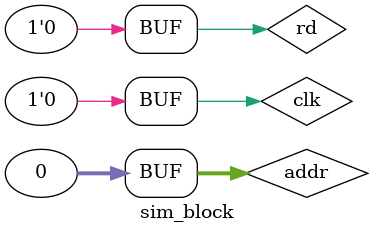
<source format=v>
`timescale 1ns / 1ps


module sim_block;

	// Inputs
	reg clk;
	reg rd;
	reg [31:0] addr;
	
	

	// Outputs
	wire hit;
	wire [31:0] reg_addr;
	wire [23:0] tag;
	wire [23:0] tag_check;
	wire [2:0] way;
	wire miss;
	wire atMM;
	wire [4:0] state;
	wire [1:0] outMM;
	wire [1:0] way1set0;
	wire [1:0] way2set0;
	wire [1:0] way3set0;
	wire [1:0] way4set0;
	wire [31:0] way1data,way2data,way3data,way4data;

	// Instantiate the Unit Under Test (UUT)
	block uut (
		.clk(clk),
		.rd(rd),
		.addr(addr),
		.reg_addr(reg_addr),
		.tag(tag),
		.tag_check(tag_check),
		.way(way),
		.miss(miss),
		.atMM(atMM),
		.state(state),
		.outMM(outMM),
		.way1set0(way1set0),
		.way2set0(way2set0),
		.way3set0(way3set0),
		.way4set0(way4set0),
		.way1data(way1data),
		.way2data(way2data),
		.way3data(way3data),
		.way4data(way4data),
		.hit(hit)
	);

	initial begin
		// Initialize Inputs
		clk = 0;

		// Wait 100 ns for global reset to finish
		#100;
        
		// Add stimulus here
		//addr =  32'h0000_0000;
		#5
		clk=1;
		//rd=1;
		//addr = 32'hFFFF_FF00;
		#5
		clk=0;
		#5
		clk=1;
		//addr = 32'h0000_0000;
		rd=0;
		
		#5
		clk=0;
		#5
		clk=1;
		#5
		clk=0;
		#5
		clk=1;
		rd=1;
		addr =  32'h0000_0000;
		#5
		clk=0;
		#5
		clk=1;
		rd=0;
		#5
		clk=0;
		#5
		clk=1;
		//rd=0;
		#5
		clk=0;
		#5
		clk=1;
		//rd=1;
		//addr = 32'hFFFF_FF;
		#5
		clk=0;
		#5
		clk=1;
		//addr = 32'h0000_0000;
		//rd=0;
		#5
		clk=0;
		#5
		clk=1;
		//rd=1;
		//addr =  32'h0000_0003;
		#5
		clk=0;
		#5
		clk=1;
		//rd=0;
		#5
		clk=0;
		#5
		clk=1;
		#5
		clk=0;
		#5
		clk=1;
		#5
		clk=0;
		#5
		clk=1;
		//addr = 32'hFFFF_FFF5;
		#5
		clk=0;
		#5
		clk=1;
		#5
		clk=0;
		#5
		clk=1;
		#5
		clk=0;
		#5
		clk=1;
		#5
		clk=0;
		#5
		clk=1;
		#5
		clk=0;
		#5
		clk=1;
		#5
		clk=0;
		#5
		clk=1;
		#5
		clk=0;
		#5
		clk=1;
		#5
		clk=0;
		#5
		clk=1;
		#5
		clk=0;
		#5
		clk=1;
		rd=1;
		addr = 32'hFFFF_FF00;
		#5
		clk=0;
		#5
		clk=1;
		rd=0;
		#5
		clk=0;
		#5
		clk=1;
		#5
		clk=0;
		#5
		clk=1;
		#5
		clk=0;
		#5
		clk=1;
		#5
		clk=0;
		#5
		clk=1;
		#5
		clk=0;
		#5
		clk=1;
		#5
		clk=0;
		#5
		clk=1;
		#5
		clk=0;
		#5
		clk=1;
		#5
		clk=0;
		#5
		clk=1;
		#5
		clk=0;
		#5
		clk=1;
		#5
		clk=0;
		#5
		clk=1;
		#5
		clk=0;
		#5
		clk=1;
		#5
		clk=0;
		#5
		clk=1;
		#5
		clk=0;
		#5
		clk=1;
		#5
		clk=0;
		#5
		clk=1;
		#5
		clk=0;
		#5
		clk=1;
		#5
		clk=0;
		#5
		clk=1;
		#5
		clk=0;
		#5
		clk=1;
		#5
		clk=0;
		#5
		clk=1;
		#5
		clk=0;
		#5
		clk=1;
		#5
		clk=0;
		#5
		clk=1;
		#5
		clk=0;
		#5
		clk=1;
		#5
		clk=0;
		#5
		clk=1;
		#5
		clk=0;
		#5
		clk=1;
		#5
		clk=0;
		#5
		clk=1;
		#5
		clk=0;
		#5
		clk=1;
		rd=1;
		addr=32'h0000_ABC2;
		#5
		clk=0;
		#5
		clk=1;
		rd=0;
		#5
		clk=0;
		#5
		clk=1;
		#5
		clk=0;
		#5
		clk=1;
		#5
		clk=0;
		#5
		clk=1;
		#5
		clk=0;
		#5
		clk=1;
		#5
		clk=0;
		#5
		clk=1;
		#5
		clk=0;
		#5
		clk=1;
		#5
		clk=0;
		#5
		clk=1;
		#5
		clk=0;
		#5
		clk=1;
		#5
		clk=0;
		#5
		clk=1;
		#5
		clk=0;
		#5
		clk=1;
		#5
		clk=0;
		#5
		clk=1;
		#5
		clk=0;
		#5
		clk=1;
		#5
		clk=0;
		#5
		clk=1;
		#5
		clk=0;
		#5
		clk=1;
		#5
		clk=0;
		#5
		clk=1;
		#5
		clk=0;
		#5
		clk=1;
		#5
		clk=0;
		#5
		clk=1;
		#5
		clk=0;
		#5
		clk=1;
		#5
		clk=0;
		#5
		clk=1;
		#5
		clk=0;
		#5
		clk=1;
		#5
		clk=0;
		#5
		clk=1;
		#5
		clk=0;
		#5
		clk=1;
		rd=1;
		addr = 32'hCCCC_CC00;
		#5
		clk=0;
		#5
		rd=0;
		addr =32'h0000_0000;
		clk=1;
		#5
		clk=0;
		#5
		clk=1;
		#5
		clk=0;
		#5
		clk=1;
		#5
		clk=0;
		#5
		clk=1;
		#5
		clk=0;
		#5
		clk=1;
		#5
		clk=0;
		#5
		clk=1;
		#5
		clk=0;
		#5
		clk=1;
		#5
		clk=0;
		#5
		clk=1;
		#5
		clk=0;
		#5
		clk=1;
		#5
		clk=0;
		#5
		clk=1;
		#5
		clk=0;
		#5
		clk=1;
		#5
		clk=0;
		#5
		clk=1;
		#5
		clk=0;
		#5
		clk=1;
		#5
		clk=0;
		#5
		clk=1;
		#5
		clk=0;
		#5
		clk=1;
		#5
		clk=0;
		#5
		clk=1;
		#5
		clk=0;
		#5
		clk=1;
		#5
		clk=0;
		#5
		clk=1;
		#5
		clk=0;
		#5
		clk=1;
		#5
		clk=0;
		#5
		clk=1;
		#5
		clk=0;
		#5
		clk=1;
		rd=1;
		addr=32'h3333_3300;
		#5
		clk=0;
		#5
		clk=1;
		rd=0;
		addr = 32'h0000_0000;
		#5
		clk=0;
		#5
		clk=1;
		#5
		clk=0;
		#5
		clk=1;
		#5
		clk=0;
		#5
		clk=1;
		#5
		clk=0;
		#5
		clk=1;
		#5
		clk=0;
		#5
		clk=1;
		#5
		clk=0;
		#5
		clk=1;
		#5
		clk=0;
		#5
		clk=1;
		#5
		clk=0;
		#5
		clk=1;
		#5
		clk=0;
		#5
		clk=1;
		#5
		clk=0;
		#5
		clk=1;
		#5
		clk=0;
		#5
		clk=1;
		#5
		clk=0;
		#5
		clk=1;
		#5
		clk=0;
		#5
		clk=1;
		#5
		clk=0;
		#5
		clk=1;
		#5
		clk=0;
		#5
		clk=1;
		#5
		clk=0;
		#5
		clk=1;
		#5
		clk=0;
		#5
		clk=1;
		#5
		clk=0;
		#5
		clk=1;
		#5
		clk=0;
		#5
		clk=1;
		#5
		clk=0;
		#5
		clk=1;
		#5
		clk=0;
		#5
		clk=1;
		rd=1;
		addr=32'hDDDD_DD00;
		#5
		clk=0;
		#5
		clk=1;
		rd=0;
		addr=32'h0000_0000;
		#5
		clk=0;
		#5
		clk=1;
		#5
		clk=0;
		#5
		clk=1;
		#5
		clk=0;
		#5
		clk=1;
		#5
		clk=0;
		#5
		clk=1;
		#5
		clk=0;
		#5
		clk=1;
		#5
		clk=0;
		#5
		clk=1;
		#5
		clk=0;
		#5
		clk=1;
		#5
		clk=0;
		#5
		clk=1;
		#5
		clk=0;
		#5
		clk=1;
		#5
		clk=0;
		#5
		clk=1;
		#5
		clk=0;
		#5
		clk=1;
		#5
		clk=0;
		#5
		clk=1;
		#5
		clk=0;
		#5
		clk=1;
		#5
		clk=0;
		#5
		clk=1;
		#5
		clk=0;
		#5
		clk=1;
		#5
		clk=0;
		#5
		clk=1;
		#5
		clk=0;
		#5
		clk=1;
		#5
		clk=0;
		#5
		clk=1;
		#5
		clk=0;
		#5
		clk=1;
		#5
		clk=0;
		#5
		clk=1;
		#5
		clk=0;
		#5
		clk=1;
		#5
		clk=0;
		#5
		clk=1;
		#5
		clk=0;
		#5
		clk=1;
		rd=1;
		addr=32'h0000_0100;
		#5
		clk=0;
		#5
		clk=1;
		rd=0;
		addr=32'h0000_0000;
		#5
		clk=0;
		#5
		clk=1;
		#5
		clk=0;
		#5
		clk=1;
		#5
		clk=0;
		#5
		clk=1;
		#5
		clk=0;
		#5
		clk=1;
		#5
		clk=0;
		#5
		clk=1;
		#5
		clk=0;
		#5
		clk=1;
		#5
		clk=0;
		#5
		clk=1;
		#5
		clk=0;
		#5
		clk=1;
		#5
		clk=0;
		#5
		clk=1;
		#5
		clk=0;
		#5
		clk=1;
		#5
		clk=0;
		#5
		clk=1;
		#5
		clk=0;
		#5
		clk=1;
		#5
		clk=0;
		#5
		clk=1;
		#5
		clk=0;
		#5
		clk=1;
		#5
		clk=0;
		#5
		clk=1;
		#5
		clk=0;
		#5
		clk=1;
		#5
		clk=0;
		#5
		clk=1;
		#5
		clk=0;
		#5
		clk=1;
		#5
		clk=0;
		#5
		clk=1;
		#5
		clk=0;
		#5
		clk=1;
		#5
		clk=0;
		#5
		clk=1;
		#5
		clk=0;
		#5
		clk=1;
		#5
		clk=0;
		#5
		clk=1;
		#5
		clk=0;
		#5
		clk=1;
		#5
		clk=0;
		#5
		clk=1;
		#5
		clk=0;
		#5
		clk=1;
		#5
		clk=0;
		#5
		clk=1;
		rd=1;
		addr = 32'h0000_00FD;
		#5
		clk=0;
		#5
		clk=1;
		rd=0;
		addr = 32'h0000_0000;
		#5
		clk=0;
		#5
		clk=1;
		#5
		clk=0;
		#5
		clk=1;
		#5
		clk=0;
		#5
		clk=1;
		#5
		clk=0;
		#5
		clk=1;
		#5
		clk=0;
		#5
		clk=1;
		#5
		clk=0;
		#5
		clk=1;
		#5
		clk=0;
		#5
		clk=1;
		#5
		clk=0;
		#5
		clk=1;
		#5
		clk=0;
		#5
		clk=1;
		#5
		clk=0;
		#5
		clk=1;
		#5
		clk=0;
		#5
		clk=1;
		#5
		clk=0;
		#5
		clk=1;
		#5
		clk=0;
		#5
		clk=1;
		#5
		clk=0;
		#5
		clk=1;
		#5
		clk=0;
		#5
		clk=1;
		#5
		clk=0;
		#5
		clk=1;
		#5
		clk=0;
		#5
		clk=1;
		#5
		clk=0;
		#5
		clk=1;
		#5
		clk=0;
		#5
		clk=1;
		#5
		clk=0;
		#5
		clk=1;
		#5
		clk=0;
		#5
		clk=1;
		#5
		clk=0;
		#5
		clk=1;
		#5
		clk=0;
		#5
		clk=1;
		#5
		clk=0;
		#5
		clk=1;
		#5
		clk=0;
		#5
		clk=1;
		#5
		clk=0;
		#5
		clk=1;
		#5
		clk=0;
		#5
		clk=1;
		#5
		clk=0;
		#5
		clk=1;
		#5
		clk=0;
		#5
		clk=1;
		#5
		clk=0;
		#5
		clk=1;
		#5
		clk=0;
		


	end
      
endmodule


</source>
